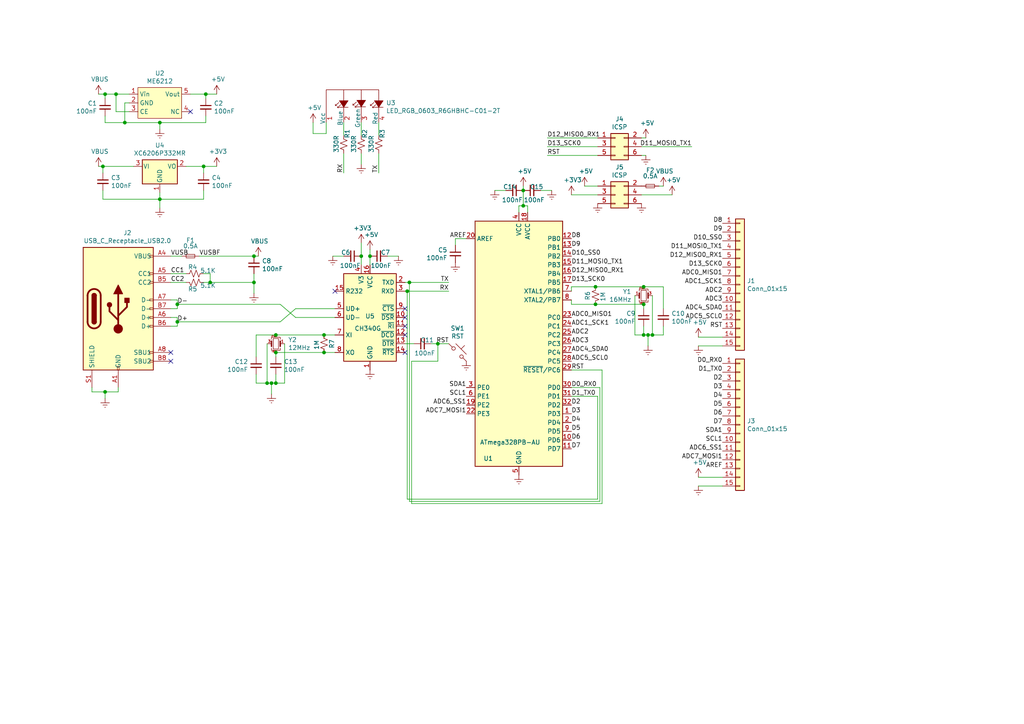
<source format=kicad_sch>
(kicad_sch (version 20200714) (host eeschema "(5.99.0-2326-ge7e1d5140)")
  (page 1 1)
  (paper "A4")
  (lib_symbols
    (symbol "Connector:USB_C_Receptacle_USB2.0"
      (property "Reference" "J" (at -10.16 19.05 0))
      (property "Value" "USB_C_Receptacle_USB2.0" (at 19.05 19.05 0))
      (symbol "USB_C_Receptacle_USB2.0_0_1"
        (arc (start -8.89 -3.81) (end -5.08 -3.81) (radius (at -6.985 -3.81) (length 1.905) (angles -179.9 -0.1)) (stroke (width 0.508)))
        (arc (start -7.62 -3.81) (end -6.35 -3.81) (radius (at -6.985 -3.81) (length 0.635) (angles -179.9 -0.1)) (stroke (width 0.254)))
        (arc (start -7.62 -3.81) (end -6.35 -3.81) (radius (at -6.985 -3.81) (length 0.635) (angles -179.9 -0.1)) (stroke (width 0.254)) (fill (type outline)))
        (arc (start -6.35 3.81) (end -7.62 3.81) (radius (at -6.985 3.81) (length 0.635) (angles 0.1 179.9)) (stroke (width 0.254)) (fill (type outline)))
        (arc (start -6.35 3.81) (end -7.62 3.81) (radius (at -6.985 3.81) (length 0.635) (angles 0.1 179.9)) (stroke (width 0.254)))
        (arc (start -5.08 3.81) (end -8.89 3.81) (radius (at -6.985 3.81) (length 1.905) (angles 0.1 179.9)) (stroke (width 0.508)))
        (circle (center -2.54 1.143) (radius 0.635) (stroke (width 0.254)) (fill (type outline)))
        (circle (center 0 -5.842) (radius 1.27) (fill (type outline)))
        (rectangle (start -10.16 17.78) (end 10.16 -17.78) (stroke (width 0.254)) (fill (type background)))
        (rectangle (start -7.62 -3.81) (end -6.35 3.81) (stroke (width 0.254)) (fill (type outline)))
        (rectangle (start 1.905 1.778) (end 3.175 3.048) (stroke (width 0.254)) (fill (type outline)))
        (polyline (pts (xy -8.89 -3.81) (xy -8.89 3.81)) (stroke (width 0.508)))
        (polyline (pts (xy -5.08 3.81) (xy -5.08 -3.81)) (stroke (width 0.508)))
        (polyline (pts (xy 0 -5.842) (xy 0 4.318)) (stroke (width 0.508)))
        (polyline (pts (xy 0 -3.302) (xy -2.54 -0.762) (xy -2.54 0.508)) (stroke (width 0.508)))
        (polyline (pts (xy 0 -2.032) (xy 2.54 0.508) (xy 2.54 1.778)) (stroke (width 0.508)))
        (polyline (pts (xy -1.27 4.318) (xy 0 6.858) (xy 1.27 4.318) (xy -1.27 4.318)) (stroke (width 0.254)) (fill (type outline)))
      )
      (symbol "USB_C_Receptacle_USB2.0_0_0"
        (rectangle (start -0.254 -17.78) (end 0.254 -16.764))
        (rectangle (start 10.16 -14.986) (end 9.144 -15.494))
        (rectangle (start 10.16 -12.446) (end 9.144 -12.954))
        (rectangle (start 10.16 -4.826) (end 9.144 -5.334))
        (rectangle (start 10.16 -2.286) (end 9.144 -2.794))
        (rectangle (start 10.16 0.254) (end 9.144 -0.254))
        (rectangle (start 10.16 2.794) (end 9.144 2.286))
        (rectangle (start 10.16 7.874) (end 9.144 7.366))
        (rectangle (start 10.16 10.414) (end 9.144 9.906))
        (rectangle (start 10.16 15.494) (end 9.144 14.986))
      )
      (symbol "USB_C_Receptacle_USB2.0_1_1"
        (pin power_in line (at 0 -22.86 90) (length 5.08) (name "GND") (number "A1"))
        (pin passive line (at 0 -22.86 90) (length 5.08) hide (name "GND") (number "A12"))
        (pin power_in line (at 15.24 15.24 180) (length 5.08) (name "VBUS") (number "A4"))
        (pin bidirectional line (at 15.24 10.16 180) (length 5.08) (name "CC1") (number "A5"))
        (pin bidirectional line (at 15.24 -2.54 180) (length 5.08) (name "D+") (number "A6"))
        (pin bidirectional line (at 15.24 2.54 180) (length 5.08) (name "D-") (number "A7"))
        (pin bidirectional line (at 15.24 -12.7 180) (length 5.08) (name "SBU1") (number "A8"))
        (pin passive line (at 15.24 15.24 180) (length 5.08) hide (name "VBUS") (number "A9"))
        (pin passive line (at 0 -22.86 90) (length 5.08) hide (name "GND") (number "B1"))
        (pin passive line (at 0 -22.86 90) (length 5.08) hide (name "GND") (number "B12"))
        (pin passive line (at 15.24 15.24 180) (length 5.08) hide (name "VBUS") (number "B4"))
        (pin bidirectional line (at 15.24 7.62 180) (length 5.08) (name "CC2") (number "B5"))
        (pin bidirectional line (at 15.24 -5.08 180) (length 5.08) (name "D+") (number "B6"))
        (pin bidirectional line (at 15.24 0 180) (length 5.08) (name "D-") (number "B7"))
        (pin bidirectional line (at 15.24 -15.24 180) (length 5.08) (name "SBU2") (number "B8"))
        (pin passive line (at 15.24 15.24 180) (length 5.08) hide (name "VBUS") (number "B9"))
        (pin passive line (at -7.62 -22.86 90) (length 5.08) (name "SHIELD") (number "S1"))
      )
    )
    (symbol "Connector_Generic:Conn_01x15" (pin_names hide)
      (property "Reference" "J" (at 0 20.32 0))
      (property "Value" "Conn_01x15" (at 0 -20.32 0))
      (symbol "Conn_01x15_1_1"
        (rectangle (start -1.27 -4.953) (end 0 -5.207))
        (rectangle (start -1.27 -7.493) (end 0 -7.747))
        (rectangle (start -1.27 -10.033) (end 0 -10.287))
        (rectangle (start -1.27 -12.573) (end 0 -12.827))
        (rectangle (start -1.27 -15.113) (end 0 -15.367))
        (rectangle (start -1.27 -17.653) (end 0 -17.907))
        (rectangle (start -1.27 -2.413) (end 0 -2.667))
        (rectangle (start -1.27 2.667) (end 0 2.413))
        (rectangle (start -1.27 5.207) (end 0 4.953))
        (rectangle (start -1.27 7.747) (end 0 7.493))
        (rectangle (start -1.27 10.287) (end 0 10.033))
        (rectangle (start -1.27 0.127) (end 0 -0.127))
        (rectangle (start -1.27 12.827) (end 0 12.573))
        (rectangle (start -1.27 15.367) (end 0 15.113))
        (rectangle (start -1.27 17.907) (end 0 17.653))
        (rectangle (start -1.27 19.05) (end 1.27 -19.05) (stroke (width 0.254)) (fill (type background)))
        (pin passive line (at -5.08 17.78 0) (length 3.81) (name "Pin_1") (number "1"))
        (pin passive line (at -5.08 -5.08 0) (length 3.81) (name "Pin_10") (number "10"))
        (pin passive line (at -5.08 -7.62 0) (length 3.81) (name "Pin_11") (number "11"))
        (pin passive line (at -5.08 -10.16 0) (length 3.81) (name "Pin_12") (number "12"))
        (pin passive line (at -5.08 -12.7 0) (length 3.81) (name "Pin_13") (number "13"))
        (pin passive line (at -5.08 -15.24 0) (length 3.81) (name "Pin_14") (number "14"))
        (pin passive line (at -5.08 -17.78 0) (length 3.81) (name "Pin_15") (number "15"))
        (pin passive line (at -5.08 15.24 0) (length 3.81) (name "Pin_2") (number "2"))
        (pin passive line (at -5.08 12.7 0) (length 3.81) (name "Pin_3") (number "3"))
        (pin passive line (at -5.08 10.16 0) (length 3.81) (name "Pin_4") (number "4"))
        (pin passive line (at -5.08 7.62 0) (length 3.81) (name "Pin_5") (number "5"))
        (pin passive line (at -5.08 5.08 0) (length 3.81) (name "Pin_6") (number "6"))
        (pin passive line (at -5.08 2.54 0) (length 3.81) (name "Pin_7") (number "7"))
        (pin passive line (at -5.08 0 0) (length 3.81) (name "Pin_8") (number "8"))
        (pin passive line (at -5.08 -2.54 0) (length 3.81) (name "Pin_9") (number "9"))
      )
    )
    (symbol "Connector_Generic:Conn_02x03_Odd_Even" (pin_names hide)
      (property "Reference" "J" (at 1.27 5.08 0))
      (property "Value" "Conn_02x03_Odd_Even" (at 1.27 -5.08 0))
      (symbol "Conn_02x03_Odd_Even_1_1"
        (rectangle (start -1.27 -2.413) (end 0 -2.667))
        (rectangle (start -1.27 2.667) (end 0 2.413))
        (rectangle (start -1.27 3.81) (end 3.81 -3.81) (stroke (width 0.254)) (fill (type background)))
        (rectangle (start -1.27 0.127) (end 0 -0.127))
        (rectangle (start 3.81 -2.413) (end 2.54 -2.667))
        (rectangle (start 3.81 2.667) (end 2.54 2.413))
        (rectangle (start 3.81 0.127) (end 2.54 -0.127))
        (pin passive line (at -5.08 2.54 0) (length 3.81) (name "Pin_1") (number "1"))
        (pin passive line (at 7.62 2.54 180) (length 3.81) (name "Pin_2") (number "2"))
        (pin passive line (at -5.08 0 0) (length 3.81) (name "Pin_3") (number "3"))
        (pin passive line (at 7.62 0 180) (length 3.81) (name "Pin_4") (number "4"))
        (pin passive line (at -5.08 -2.54 0) (length 3.81) (name "Pin_5") (number "5"))
        (pin passive line (at 7.62 -2.54 180) (length 3.81) (name "Pin_6") (number "6"))
      )
    )
    (symbol "Device:C_Small" (pin_numbers hide) (pin_names (offset 0.254) hide)
      (property "Reference" "C" (at 0.254 1.778 0))
      (property "Value" "C_Small" (at 0.254 -2.032 0))
      (symbol "C_Small_0_1"
        (polyline (pts (xy -1.524 -0.508) (xy 1.524 -0.508)) (stroke (width 0.3302)))
        (polyline (pts (xy -1.524 0.508) (xy 1.524 0.508)) (stroke (width 0.3048)))
      )
      (symbol "C_Small_1_1"
        (pin passive line (at 0 2.54 270) (length 2.032) (name "~") (number "1"))
        (pin passive line (at 0 -2.54 90) (length 2.032) (name "~") (number "2"))
      )
    )
    (symbol "Device:C_Small_1" (pin_numbers hide) (pin_names (offset 0.254) hide)
      (property "Reference" "C" (at 0.254 1.778 0))
      (property "Value" "C_Small" (at 0.254 -2.032 0))
      (symbol "C_Small_1_0_1"
        (polyline (pts (xy -1.524 -0.508) (xy 1.524 -0.508)) (stroke (width 0.3302)))
        (polyline (pts (xy -1.524 0.508) (xy 1.524 0.508)) (stroke (width 0.3048)))
      )
      (symbol "C_Small_1_1_1"
        (pin passive line (at 0 2.54 270) (length 2.032) (name "~") (number "1"))
        (pin passive line (at 0 -2.54 90) (length 2.032) (name "~") (number "2"))
      )
    )
    (symbol "Device:C_Small_2" (pin_numbers hide) (pin_names (offset 0.254) hide)
      (property "Reference" "C" (at 0.254 1.778 0))
      (property "Value" "C_Small" (at 0.254 -2.032 0))
      (symbol "C_Small_2_0_1"
        (polyline (pts (xy -1.524 -0.508) (xy 1.524 -0.508)) (stroke (width 0.3302)))
        (polyline (pts (xy -1.524 0.508) (xy 1.524 0.508)) (stroke (width 0.3048)))
      )
      (symbol "C_Small_2_1_1"
        (pin passive line (at 0 2.54 270) (length 2.032) (name "~") (number "1"))
        (pin passive line (at 0 -2.54 90) (length 2.032) (name "~") (number "2"))
      )
    )
    (symbol "Device:Crystal_GND24_Small" (pin_names hide)
      (property "Reference" "Y" (at 1.27 4.445 0))
      (property "Value" "Crystal_GND24_Small" (at 1.27 2.54 0))
      (symbol "Crystal_GND24_Small_0_1"
        (rectangle (start -0.762 -1.524) (end 0.762 1.524))
        (polyline (pts (xy -1.27 -0.762) (xy -1.27 0.762)) (stroke (width 0.381)))
        (polyline (pts (xy 1.27 -0.762) (xy 1.27 0.762)) (stroke (width 0.381)))
        (polyline (pts (xy -1.27 -1.27) (xy -1.27 -1.905) (xy 1.27 -1.905) (xy 1.27 -1.27)))
        (polyline (pts (xy -1.27 1.27) (xy -1.27 1.905) (xy 1.27 1.905) (xy 1.27 1.27)))
      )
      (symbol "Crystal_GND24_Small_1_1"
        (pin passive line (at -2.54 0 0) (length 1.27) (name "1") (number "1"))
        (pin passive line (at 0 -2.54 90) (length 0.635) (name "2") (number "2"))
        (pin passive line (at 2.54 0 180) (length 1.27) (name "3") (number "3"))
        (pin passive line (at 0 2.54 270) (length 0.635) (name "4") (number "4"))
      )
    )
    (symbol "Device:Fuse_Small" (pin_numbers hide) (pin_names (offset 0.254) hide)
      (property "Reference" "F" (at 0 -1.524 0))
      (property "Value" "Fuse_Small" (at 0 1.524 0))
      (symbol "Fuse_Small_0_1"
        (rectangle (start -1.27 0.508) (end 1.27 -0.508))
        (polyline (pts (xy -1.27 0) (xy 1.27 0)))
      )
      (symbol "Fuse_Small_1_1"
        (pin passive line (at -2.54 0 0) (length 1.27) (name "~") (number "1"))
        (pin passive line (at 2.54 0 180) (length 1.27) (name "~") (number "2"))
      )
    )
    (symbol "Device:Fuse_Small_1" (pin_numbers hide) (pin_names (offset 0.254) hide)
      (property "Reference" "F" (at 0 -1.524 0))
      (property "Value" "Fuse_Small" (at 0 1.524 0))
      (symbol "Fuse_Small_1_0_1"
        (rectangle (start -1.27 0.508) (end 1.27 -0.508))
        (polyline (pts (xy -1.27 0) (xy 1.27 0)))
      )
      (symbol "Fuse_Small_1_1_1"
        (pin passive line (at -2.54 0 0) (length 1.27) (name "~") (number "1"))
        (pin passive line (at 2.54 0 180) (length 1.27) (name "~") (number "2"))
      )
    )
    (symbol "Device:R_Small_US" (pin_numbers hide) (pin_names (offset 0.254) hide)
      (property "Reference" "R" (at 0.762 0.508 0))
      (property "Value" "R_Small_US" (at 0.762 -1.016 0))
      (symbol "R_Small_US_1_1"
        (polyline (pts (xy 0 0) (xy 1.016 -0.381) (xy 0 -0.762) (xy -1.016 -1.143) (xy 0 -1.524)))
        (polyline (pts (xy 0 1.524) (xy 1.016 1.143) (xy 0 0.762) (xy -1.016 0.381) (xy 0 0)))
        (pin passive line (at 0 2.54 270) (length 1.016) (name "~") (number "1"))
        (pin passive line (at 0 -2.54 90) (length 1.016) (name "~") (number "2"))
      )
    )
    (symbol "Interface_USB:CH340G" (pin_names (offset 0.508))
      (property "Reference" "U" (at -5.08 13.97 0))
      (property "Value" "CH340G" (at 1.27 13.97 0))
      (symbol "CH340G_0_1"
        (rectangle (start -7.62 12.7) (end 7.62 -12.7) (stroke (width 0.254)) (fill (type background)))
      )
      (symbol "CH340G_1_1"
        (pin power_in line (at 0 -15.24 90) (length 2.54) (name "GND") (number "1"))
        (pin input line (at 10.16 0 180) (length 2.54) (name "~DSR") (number "10"))
        (pin input line (at 10.16 -2.54 180) (length 2.54) (name "~RI") (number "11"))
        (pin input line (at 10.16 -5.08 180) (length 2.54) (name "~DCD") (number "12"))
        (pin output line (at 10.16 -7.62 180) (length 2.54) (name "~DTR") (number "13"))
        (pin output line (at 10.16 -10.16 180) (length 2.54) (name "~RTS") (number "14"))
        (pin input line (at -10.16 7.62 0) (length 2.54) (name "R232") (number "15"))
        (pin power_in line (at 0 15.24 270) (length 2.54) (name "VCC") (number "16"))
        (pin output line (at 10.16 10.16 180) (length 2.54) (name "TXD") (number "2"))
        (pin input line (at 10.16 7.62 180) (length 2.54) (name "RXD") (number "3"))
        (pin passive line (at -2.54 15.24 270) (length 2.54) (name "V3") (number "4"))
        (pin bidirectional line (at -10.16 2.54 0) (length 2.54) (name "UD+") (number "5"))
        (pin bidirectional line (at -10.16 0 0) (length 2.54) (name "UD-") (number "6"))
        (pin input line (at -10.16 -5.08 0) (length 2.54) (name "XI") (number "7"))
        (pin output line (at -10.16 -10.16 0) (length 2.54) (name "XO") (number "8"))
        (pin input line (at 10.16 2.54 180) (length 2.54) (name "~CTS") (number "9"))
      )
    )
    (symbol "LEDs:LED_RGB_0603_R6GHBHC-C01-2T" (pin_names (offset 0))
      (property "Reference" "U" (at -6.985 -15.24 0))
      (property "Value" "LED_RGB_0603_R6GHBHC-C01-2T" (at 0 -11.43 0))
      (symbol "LED_RGB_0603_R6GHBHC-C01-2T_0_1"
        (polyline (pts (xy -6.985 1.905) (xy -8.255 3.81) (xy -6.35 3.81) (xy -5.715 3.81) (xy -6.985 1.905)) (stroke (width 0.152)) (fill (type outline)))
        (polyline (pts (xy -8.255 1.905) (xy -5.715 1.905)))
        (polyline (pts (xy -6.985 0) (xy -6.985 1.905)))
        (polyline (pts (xy -1.905 0) (xy -1.905 1.905)))
        (polyline (pts (xy 3.175 0) (xy 3.175 1.905)))
        (polyline (pts (xy -12.065 0) (xy -12.065 6.985) (xy 3.175 6.985) (xy 3.175 3.81)))
        (polyline (pts (xy -1.905 3.81) (xy -1.905 6.985)))
        (polyline (pts (xy -6.985 3.81) (xy -6.985 6.985)))
        (polyline (pts (xy -8.382 3.302) (xy -9.398 2.413)))
        (polyline (pts (xy -7.874 2.667) (xy -8.763 1.778)))
        (polyline (pts (xy -9.398 2.413) (xy -9.398 2.794)) (stroke (width 0.152)))
        (polyline (pts (xy -9.398 2.413) (xy -9.017 2.413)) (stroke (width 0.152)))
        (polyline (pts (xy -8.763 1.778) (xy -8.763 2.159)) (stroke (width 0.152)))
        (polyline (pts (xy -8.382 1.778) (xy -8.763 1.778)) (stroke (width 0.152)))
        (polyline (pts (xy -4.318 2.54) (xy -4.318 2.921)))
        (polyline (pts (xy -4.318 2.54) (xy -3.937 2.54)))
        (polyline (pts (xy -3.683 1.905) (xy -3.683 2.286)))
        (polyline (pts (xy -3.302 1.905) (xy -3.683 1.905)))
        (polyline (pts (xy -3.302 3.429) (xy -4.318 2.54)))
        (polyline (pts (xy -3.175 2.032) (xy -0.635 2.032)))
        (polyline (pts (xy -2.794 2.794) (xy -3.683 1.905)))
        (polyline (pts (xy -1.905 2.032) (xy -3.175 3.937) (xy -1.27 3.937) (xy -0.635 3.937) (xy -1.905 2.032)) (fill (type outline)))
        (polyline (pts (xy 0.762 2.413) (xy 0.762 2.794)))
        (polyline (pts (xy 0.762 2.413) (xy 1.143 2.413)))
        (polyline (pts (xy 1.397 1.778) (xy 1.397 2.159)))
        (polyline (pts (xy 1.778 1.778) (xy 1.397 1.778)))
        (polyline (pts (xy 1.778 3.302) (xy 0.762 2.413)))
        (polyline (pts (xy 1.905 1.905) (xy 4.445 1.905)))
        (polyline (pts (xy 2.286 2.667) (xy 1.397 1.778)))
        (polyline (pts (xy 3.175 1.905) (xy 1.905 3.81) (xy 3.81 3.81) (xy 4.445 3.81) (xy 3.175 1.905)) (fill (type outline)))
      )
      (symbol "LED_RGB_0603_R6GHBHC-C01-2T_1_1"
        (pin input line (at -12.065 -2.54 90) (length 2.54) (name "Vcc") (number "1"))
        (pin input line (at -6.985 -2.54 90) (length 2.54) (name "Blue") (number "2"))
        (pin input line (at -1.905 -2.54 90) (length 2.54) (name "Green") (number "3"))
        (pin input line (at 3.175 -2.54 90) (length 2.54) (name "Red") (number "4"))
      )
    )
    (symbol "MCU_Microchip_ATmega:ATmega328PB-AU" (pin_names (offset 0.508))
      (property "Reference" "U" (at -12.7 36.83 0))
      (property "Value" "ATmega328PB-AU" (at 2.54 -36.83 0))
      (symbol "ATmega328PB-AU_0_1"
        (rectangle (start -12.7 -35.56) (end 12.7 35.56) (stroke (width 0.254)) (fill (type background)))
      )
      (symbol "ATmega328PB-AU_1_1"
        (pin bidirectional line (at 15.24 -20.32 180) (length 2.54) (name "PD3") (number "1"))
        (pin bidirectional line (at 15.24 -27.94 180) (length 2.54) (name "PD6") (number "10"))
        (pin bidirectional line (at 15.24 -30.48 180) (length 2.54) (name "PD7") (number "11"))
        (pin bidirectional line (at 15.24 30.48 180) (length 2.54) (name "PB0") (number "12"))
        (pin bidirectional line (at 15.24 27.94 180) (length 2.54) (name "PB1") (number "13"))
        (pin bidirectional line (at 15.24 25.4 180) (length 2.54) (name "PB2") (number "14"))
        (pin bidirectional line (at 15.24 22.86 180) (length 2.54) (name "PB3") (number "15"))
        (pin bidirectional line (at 15.24 20.32 180) (length 2.54) (name "PB4") (number "16"))
        (pin bidirectional line (at 15.24 17.78 180) (length 2.54) (name "PB5") (number "17"))
        (pin power_in line (at 2.54 38.1 270) (length 2.54) (name "AVCC") (number "18"))
        (pin bidirectional line (at -15.24 -17.78 0) (length 2.54) (name "PE2") (number "19"))
        (pin bidirectional line (at 15.24 -22.86 180) (length 2.54) (name "PD4") (number "2"))
        (pin passive line (at -15.24 30.48 0) (length 2.54) (name "AREF") (number "20"))
        (pin passive line (at 0 -38.1 90) (length 2.54) hide (name "GND") (number "21"))
        (pin bidirectional line (at -15.24 -20.32 0) (length 2.54) (name "PE3") (number "22"))
        (pin bidirectional line (at 15.24 7.62 180) (length 2.54) (name "PC0") (number "23"))
        (pin bidirectional line (at 15.24 5.08 180) (length 2.54) (name "PC1") (number "24"))
        (pin bidirectional line (at 15.24 2.54 180) (length 2.54) (name "PC2") (number "25"))
        (pin bidirectional line (at 15.24 0 180) (length 2.54) (name "PC3") (number "26"))
        (pin bidirectional line (at 15.24 -2.54 180) (length 2.54) (name "PC4") (number "27"))
        (pin bidirectional line (at 15.24 -5.08 180) (length 2.54) (name "PC5") (number "28"))
        (pin bidirectional line (at 15.24 -7.62 180) (length 2.54) (name "~RESET~/PC6") (number "29"))
        (pin bidirectional line (at -15.24 -12.7 0) (length 2.54) (name "PE0") (number "3"))
        (pin bidirectional line (at 15.24 -12.7 180) (length 2.54) (name "PD0") (number "30"))
        (pin bidirectional line (at 15.24 -15.24 180) (length 2.54) (name "PD1") (number "31"))
        (pin bidirectional line (at 15.24 -17.78 180) (length 2.54) (name "PD2") (number "32"))
        (pin power_in line (at 0 38.1 270) (length 2.54) (name "VCC") (number "4"))
        (pin power_in line (at 0 -38.1 90) (length 2.54) (name "GND") (number "5"))
        (pin bidirectional line (at -15.24 -15.24 0) (length 2.54) (name "PE1") (number "6"))
        (pin bidirectional line (at 15.24 15.24 180) (length 2.54) (name "XTAL1/PB6") (number "7"))
        (pin bidirectional line (at 15.24 12.7 180) (length 2.54) (name "XTAL2/PB7") (number "8"))
        (pin bidirectional line (at 15.24 -25.4 180) (length 2.54) (name "PD5") (number "9"))
      )
    )
    (symbol "Regulator_Linear:XC6206PxxxMR" (pin_names (offset 0.254))
      (property "Reference" "U" (at -3.81 3.175 0))
      (property "Value" "XC6206PxxxMR" (at 0 3.175 0))
      (symbol "XC6206PxxxMR_0_1"
        (rectangle (start -5.08 1.905) (end 5.08 -5.08) (stroke (width 0.254)) (fill (type background)))
      )
      (symbol "XC6206PxxxMR_1_1"
        (pin power_in line (at 0 -7.62 90) (length 2.54) (name "GND") (number "1"))
        (pin power_out line (at 7.62 0 180) (length 2.54) (name "VO") (number "2"))
        (pin power_in line (at -7.62 0 0) (length 2.54) (name "VI") (number "3"))
      )
    )
    (symbol "Switch:SW_Push_45deg" (pin_numbers hide) (pin_names hide)
      (property "Reference" "SW" (at 3.048 1.016 0))
      (property "Value" "SW_Push_45deg" (at 0 -3.81 0))
      (symbol "SW_Push_45deg_0_1"
        (circle (center -1.1684 1.1684) (radius 0.508))
        (circle (center 1.143 -1.1938) (radius 0.508))
        (polyline (pts (xy -0.508 2.54) (xy 2.54 -0.508)))
        (polyline (pts (xy 1.016 1.016) (xy 2.032 2.032)))
        (polyline (pts (xy -2.54 2.54) (xy -1.524 1.524) (xy -1.524 1.524)))
        (polyline (pts (xy 1.524 -1.524) (xy 2.54 -2.54) (xy 2.54 -2.54) (xy 2.54 -2.54)))
        (pin passive line (at -2.54 2.54 0) (length 0) (name "1") (number "1"))
        (pin passive line (at 2.54 -2.54 180) (length 0) (name "2") (number "2"))
      )
    )
    (symbol "Voltage_Regulators:ME6212"
      (property "Reference" "U" (at 5.08 5.715 0))
      (property "Value" "ME6212" (at -3.175 5.715 0))
      (symbol "ME6212_0_0"
        (text "" (at 0.635 -1.27 0) (effects (font (size 1.27 1.27))))
        (text "" (at -3.175 -2.54 0) (effects (font (size 1.27 1.27))))
      )
      (symbol "ME6212_0_1"
        (rectangle (start -6.35 4.445) (end 6.35 -4.445) (stroke (width 0.152)) (fill (type background)))
      )
      (symbol "ME6212_1_1"
        (pin input line (at -8.89 2.54 0) (length 2.54) (name "Vin") (number "1"))
        (pin input line (at -8.89 -0.01 0) (length 2.54) (name "GND") (number "2"))
        (pin input line (at -8.89 -2.54 0) (length 2.54) (name "CE") (number "3"))
        (pin input line (at 8.89 -2.54 180) (length 2.54) (name "NC") (number "4"))
        (pin input line (at 8.89 2.54 180) (length 2.54) (name "Vout") (number "5"))
      )
    )
    (symbol "power:+3.3V" (power) (pin_names (offset 0))
      (property "Value" "+3.3V" (at 0 3.556 0))
      (symbol "+3.3V_0_1"
        (polyline (pts (xy -0.762 1.27) (xy 0 2.54)))
        (polyline (pts (xy 0 0) (xy 0 2.54)))
        (polyline (pts (xy 0 2.54) (xy 0.762 1.27)))
      )
      (symbol "+3.3V_1_1"
        (pin power_in line (at 0 0 90) (length 0) hide (name "+3V3") (number "1"))
      )
    )
    (symbol "power:+5V" (power) (pin_names (offset 0))
      (property "Value" "+5V" (at 0 3.556 0))
      (symbol "+5V_0_1"
        (polyline (pts (xy -0.762 1.27) (xy 0 2.54)))
        (polyline (pts (xy 0 0) (xy 0 2.54)))
        (polyline (pts (xy 0 2.54) (xy 0.762 1.27)))
      )
      (symbol "+5V_1_1"
        (pin power_in line (at 0 0 90) (length 0) hide (name "+5V") (number "1"))
      )
    )
    (symbol "power:GNDREF" (power) (pin_names (offset 0))
      (property "Value" "GNDREF" (at 0 -3.81 0))
      (symbol "GNDREF_0_1"
        (polyline (pts (xy -0.635 -1.905) (xy 0.635 -1.905)))
        (polyline (pts (xy -0.127 -2.54) (xy 0.127 -2.54)))
        (polyline (pts (xy 0 -1.27) (xy 0 0)))
        (polyline (pts (xy 1.27 -1.27) (xy -1.27 -1.27)))
      )
      (symbol "GNDREF_1_1"
        (pin power_in line (at 0 0 270) (length 0) hide (name "GNDREF") (number "1"))
      )
    )
    (symbol "power:VBUS" (power) (pin_names (offset 0))
      (property "Value" "VBUS" (at 0 3.81 0))
      (symbol "VBUS_0_1"
        (polyline (pts (xy -0.762 1.27) (xy 0 2.54)))
        (polyline (pts (xy 0 0) (xy 0 2.54)))
        (polyline (pts (xy 0 2.54) (xy 0.762 1.27)))
      )
      (symbol "VBUS_1_1"
        (pin power_in line (at 0 0 90) (length 0) hide (name "VBUS") (number "1"))
      )
    )
  )
  (junction (at 29.845 48.26))
  (junction (at 30.48 27.305))
  (junction (at 30.48 113.665))
  (junction (at 33.655 27.305))
  (junction (at 36.195 35.56))
  (junction (at 46.355 35.56))
  (junction (at 46.355 57.785))
  (junction (at 51.435 88.265))
  (junction (at 51.435 93.345))
  (junction (at 59.055 48.26))
  (junction (at 59.69 27.305))
  (junction (at 60.96 81.915))
  (junction (at 73.66 74.295))
  (junction (at 73.66 81.915))
  (junction (at 77.47 111.125))
  (junction (at 78.74 111.125))
  (junction (at 80.01 97.155))
  (junction (at 80.01 102.235))
  (junction (at 80.01 111.125))
  (junction (at 93.98 97.155))
  (junction (at 93.98 102.235))
  (junction (at 104.775 74.295))
  (junction (at 107.315 74.295))
  (junction (at 118.11 84.455))
  (junction (at 118.745 81.915))
  (junction (at 127 99.695))
  (junction (at 151.765 55.245))
  (junction (at 151.765 59.69))
  (junction (at 172.72 83.185))
  (junction (at 172.72 88.265))
  (junction (at 186.69 83.185))
  (junction (at 186.69 88.265))
  (junction (at 186.69 97.155))
  (junction (at 187.96 97.155))
  (junction (at 189.23 97.155))
  (no_connect (at 97.155 84.455))
  (no_connect (at 117.475 97.155))
  (no_connect (at 117.475 92.075))
  (no_connect (at 117.475 89.535))
  (no_connect (at 117.475 102.235))
  (no_connect (at 55.245 32.385))
  (no_connect (at 117.475 94.615))
  (no_connect (at 49.53 104.775))
  (no_connect (at 49.53 102.235))
  (wire (pts (xy 26.67 112.395) (xy 26.67 113.665)))
  (wire (pts (xy 26.67 113.665) (xy 30.48 113.665)))
  (wire (pts (xy 28.575 27.305) (xy 30.48 27.305)))
  (wire (pts (xy 28.575 48.26) (xy 29.845 48.26)))
  (wire (pts (xy 29.845 48.26) (xy 29.845 50.165)))
  (wire (pts (xy 29.845 48.26) (xy 38.735 48.26)))
  (wire (pts (xy 29.845 55.245) (xy 29.845 57.785)))
  (wire (pts (xy 29.845 57.785) (xy 46.355 57.785)))
  (wire (pts (xy 30.48 27.305) (xy 30.48 28.575)))
  (wire (pts (xy 30.48 27.305) (xy 33.655 27.305)))
  (wire (pts (xy 30.48 33.655) (xy 30.48 35.56)))
  (wire (pts (xy 30.48 35.56) (xy 36.195 35.56)))
  (wire (pts (xy 30.48 113.665) (xy 30.48 115.57)))
  (wire (pts (xy 30.48 113.665) (xy 34.29 113.665)))
  (wire (pts (xy 33.655 27.305) (xy 33.655 32.385)))
  (wire (pts (xy 33.655 27.305) (xy 37.465 27.305)))
  (wire (pts (xy 33.655 32.385) (xy 37.465 32.385)))
  (wire (pts (xy 34.29 113.665) (xy 34.29 112.395)))
  (wire (pts (xy 36.195 29.845) (xy 36.195 35.56)))
  (wire (pts (xy 36.195 29.845) (xy 37.465 29.845)))
  (wire (pts (xy 36.195 35.56) (xy 46.355 35.56)))
  (wire (pts (xy 46.355 35.56) (xy 46.355 37.465)))
  (wire (pts (xy 46.355 55.88) (xy 46.355 57.785)))
  (wire (pts (xy 46.355 57.785) (xy 46.355 60.325)))
  (wire (pts (xy 46.355 57.785) (xy 59.055 57.785)))
  (wire (pts (xy 49.53 74.295) (xy 52.705 74.295)))
  (wire (pts (xy 49.53 79.375) (xy 53.975 79.375)))
  (wire (pts (xy 49.53 81.915) (xy 53.975 81.915)))
  (wire (pts (xy 49.53 86.995) (xy 51.435 86.995)))
  (wire (pts (xy 49.53 89.535) (xy 51.435 89.535)))
  (wire (pts (xy 49.53 92.075) (xy 51.435 92.075)))
  (wire (pts (xy 49.53 94.615) (xy 51.435 94.615)))
  (wire (pts (xy 51.435 86.995) (xy 51.435 88.265)))
  (wire (pts (xy 51.435 88.265) (xy 51.435 89.535)))
  (wire (pts (xy 51.435 88.265) (xy 81.28 88.265)))
  (wire (pts (xy 51.435 92.075) (xy 51.435 93.345)))
  (wire (pts (xy 51.435 93.345) (xy 51.435 94.615)))
  (wire (pts (xy 51.435 93.345) (xy 81.28 93.345)))
  (wire (pts (xy 53.975 48.26) (xy 59.055 48.26)))
  (wire (pts (xy 55.245 27.305) (xy 59.69 27.305)))
  (wire (pts (xy 57.785 74.295) (xy 73.66 74.295)))
  (wire (pts (xy 59.055 48.26) (xy 59.055 50.165)))
  (wire (pts (xy 59.055 48.26) (xy 62.865 48.26)))
  (wire (pts (xy 59.055 57.785) (xy 59.055 55.245)))
  (wire (pts (xy 59.055 79.375) (xy 60.96 79.375)))
  (wire (pts (xy 59.055 81.915) (xy 60.96 81.915)))
  (wire (pts (xy 59.69 27.305) (xy 59.69 28.575)))
  (wire (pts (xy 59.69 27.305) (xy 62.865 27.305)))
  (wire (pts (xy 59.69 33.655) (xy 59.69 35.56)))
  (wire (pts (xy 59.69 35.56) (xy 46.355 35.56)))
  (wire (pts (xy 60.96 79.375) (xy 60.96 81.915)))
  (wire (pts (xy 60.96 81.915) (xy 73.66 81.915)))
  (wire (pts (xy 73.66 74.295) (xy 74.93 74.295)))
  (wire (pts (xy 73.66 79.375) (xy 73.66 81.915)))
  (wire (pts (xy 73.66 81.915) (xy 73.66 85.09)))
  (wire (pts (xy 74.295 97.155) (xy 80.01 97.155)))
  (wire (pts (xy 74.295 103.505) (xy 74.295 97.155)))
  (wire (pts (xy 74.295 111.125) (xy 74.295 108.585)))
  (wire (pts (xy 77.47 99.695) (xy 77.47 111.125)))
  (wire (pts (xy 77.47 111.125) (xy 74.295 111.125)))
  (wire (pts (xy 78.74 111.125) (xy 77.47 111.125)))
  (wire (pts (xy 78.74 111.125) (xy 78.74 114.3)))
  (wire (pts (xy 80.01 97.155) (xy 93.98 97.155)))
  (wire (pts (xy 80.01 102.235) (xy 80.01 103.505)))
  (wire (pts (xy 80.01 102.235) (xy 93.98 102.235)))
  (wire (pts (xy 80.01 108.585) (xy 80.01 111.125)))
  (wire (pts (xy 80.01 111.125) (xy 78.74 111.125)))
  (wire (pts (xy 81.28 88.265) (xy 85.725 92.075)))
  (wire (pts (xy 81.28 93.345) (xy 85.725 89.535)))
  (wire (pts (xy 82.55 99.695) (xy 82.55 111.125)))
  (wire (pts (xy 82.55 111.125) (xy 80.01 111.125)))
  (wire (pts (xy 85.725 89.535) (xy 97.155 89.535)))
  (wire (pts (xy 85.725 92.075) (xy 97.155 92.075)))
  (wire (pts (xy 90.805 35.56) (xy 90.805 38.735)))
  (wire (pts (xy 93.98 97.155) (xy 97.155 97.155)))
  (wire (pts (xy 93.98 102.235) (xy 97.155 102.235)))
  (wire (pts (xy 94.615 35.56) (xy 94.615 38.735)))
  (wire (pts (xy 94.615 38.735) (xy 90.805 38.735)))
  (wire (pts (xy 96.52 74.295) (xy 99.695 74.295)))
  (wire (pts (xy 99.695 35.56) (xy 99.695 39.37)))
  (wire (pts (xy 99.695 44.45) (xy 99.695 50.165)))
  (wire (pts (xy 104.775 35.56) (xy 104.775 39.37)))
  (wire (pts (xy 104.775 47.625) (xy 104.775 44.45)))
  (wire (pts (xy 104.775 70.485) (xy 104.775 74.295)))
  (wire (pts (xy 104.775 74.295) (xy 104.775 76.835)))
  (wire (pts (xy 107.315 72.39) (xy 107.315 74.295)))
  (wire (pts (xy 107.315 74.295) (xy 107.315 76.835)))
  (wire (pts (xy 109.855 35.56) (xy 109.855 39.37)))
  (wire (pts (xy 109.855 44.45) (xy 109.855 50.165)))
  (wire (pts (xy 115.57 74.295) (xy 112.395 74.295)))
  (wire (pts (xy 117.475 81.915) (xy 118.745 81.915)))
  (wire (pts (xy 117.475 84.455) (xy 118.11 84.455)))
  (wire (pts (xy 117.475 99.695) (xy 120.015 99.695)))
  (wire (pts (xy 118.11 84.455) (xy 118.11 144.78)))
  (wire (pts (xy 118.11 84.455) (xy 130.175 84.455)))
  (wire (pts (xy 118.11 144.78) (xy 173.355 144.78)))
  (wire (pts (xy 118.745 81.915) (xy 118.745 145.415)))
  (wire (pts (xy 118.745 81.915) (xy 130.175 81.915)))
  (wire (pts (xy 118.745 145.415) (xy 173.99 145.415)))
  (wire (pts (xy 119.38 104.775) (xy 119.38 146.05)))
  (wire (pts (xy 119.38 146.05) (xy 174.625 146.05)))
  (wire (pts (xy 125.095 99.695) (xy 127 99.695)))
  (wire (pts (xy 127 99.695) (xy 127 104.775)))
  (wire (pts (xy 127 99.695) (xy 130.175 99.695)))
  (wire (pts (xy 127 104.775) (xy 119.38 104.775)))
  (wire (pts (xy 132.08 69.215) (xy 132.08 71.12)))
  (wire (pts (xy 132.08 69.215) (xy 135.255 69.215)))
  (wire (pts (xy 143.51 55.245) (xy 146.685 55.245)))
  (wire (pts (xy 150.495 59.69) (xy 151.765 59.69)))
  (wire (pts (xy 150.495 61.595) (xy 150.495 59.69)))
  (wire (pts (xy 151.765 53.975) (xy 151.765 55.245)))
  (wire (pts (xy 151.765 55.245) (xy 151.765 59.69)))
  (wire (pts (xy 151.765 59.69) (xy 153.035 59.69)))
  (wire (pts (xy 153.035 59.69) (xy 153.035 61.595)))
  (wire (pts (xy 158.75 40.005) (xy 173.355 40.005)))
  (wire (pts (xy 158.75 42.545) (xy 173.355 42.545)))
  (wire (pts (xy 158.75 45.085) (xy 173.355 45.085)))
  (wire (pts (xy 160.02 55.245) (xy 156.845 55.245)))
  (wire (pts (xy 165.735 56.515) (xy 173.355 56.515)))
  (wire (pts (xy 165.735 83.185) (xy 165.735 84.455)))
  (wire (pts (xy 165.735 86.995) (xy 165.735 88.265)))
  (wire (pts (xy 165.735 88.265) (xy 172.72 88.265)))
  (wire (pts (xy 169.545 53.975) (xy 173.355 53.975)))
  (wire (pts (xy 172.72 83.185) (xy 165.735 83.185)))
  (wire (pts (xy 173.355 114.935) (xy 165.735 114.935)))
  (wire (pts (xy 173.355 144.78) (xy 173.355 114.935)))
  (wire (pts (xy 173.99 112.395) (xy 165.735 112.395)))
  (wire (pts (xy 173.99 145.415) (xy 173.99 112.395)))
  (wire (pts (xy 174.625 107.315) (xy 165.735 107.315)))
  (wire (pts (xy 174.625 146.05) (xy 174.625 107.315)))
  (wire (pts (xy 184.15 85.725) (xy 184.15 97.155)))
  (wire (pts (xy 184.15 97.155) (xy 186.69 97.155)))
  (wire (pts (xy 186.055 40.005) (xy 187.325 40.005)))
  (wire (pts (xy 186.055 42.545) (xy 200.66 42.545)))
  (wire (pts (xy 186.055 45.085) (xy 187.325 45.085)))
  (wire (pts (xy 186.055 56.515) (xy 194.945 56.515)))
  (wire (pts (xy 186.69 83.185) (xy 172.72 83.185)))
  (wire (pts (xy 186.69 88.265) (xy 172.72 88.265)))
  (wire (pts (xy 186.69 88.265) (xy 186.69 89.535)))
  (wire (pts (xy 186.69 94.615) (xy 186.69 97.155)))
  (wire (pts (xy 186.69 97.155) (xy 187.96 97.155)))
  (wire (pts (xy 187.96 97.155) (xy 187.96 100.33)))
  (wire (pts (xy 187.96 97.155) (xy 189.23 97.155)))
  (wire (pts (xy 189.23 85.725) (xy 189.23 97.155)))
  (wire (pts (xy 189.23 97.155) (xy 192.405 97.155)))
  (wire (pts (xy 191.135 53.975) (xy 192.405 53.975)))
  (wire (pts (xy 192.405 83.185) (xy 186.69 83.185)))
  (wire (pts (xy 192.405 89.535) (xy 192.405 83.185)))
  (wire (pts (xy 192.405 97.155) (xy 192.405 94.615)))
  (wire (pts (xy 202.565 97.79) (xy 209.55 97.79)))
  (wire (pts (xy 202.565 100.33) (xy 209.55 100.33)))
  (wire (pts (xy 202.565 138.43) (xy 209.55 138.43)))
  (wire (pts (xy 202.565 140.97) (xy 209.55 140.97)))
  (label "VUSB" (at 49.53 74.295 0))
  (label "CC1" (at 49.53 79.375 0))
  (label "CC2" (at 49.53 81.915 0))
  (label "D-" (at 51.435 88.265 0))
  (label "D+" (at 51.435 93.345 0))
  (label "VUSBF" (at 57.785 74.295 0))
  (label "RX" (at 99.695 50.165 90))
  (label "TX" (at 109.855 50.165 90))
  (label "TX" (at 130.175 81.915 180))
  (label "RX" (at 130.175 84.455 180))
  (label "RST" (at 130.175 99.695 180))
  (label "AREF" (at 135.255 69.215 180))
  (label "SDA1" (at 135.255 112.395 180))
  (label "SCL1" (at 135.255 114.935 180))
  (label "ADC6_SS1" (at 135.255 117.475 180))
  (label "ADC7_MOSI1" (at 135.255 120.015 180))
  (label "D12_MISO0_RX1" (at 158.75 40.005 0))
  (label "D13_SCK0" (at 158.75 42.545 0))
  (label "RST" (at 158.75 45.085 0))
  (label "D8" (at 165.735 69.215 0))
  (label "D9" (at 165.735 71.755 0))
  (label "D10_SS0" (at 165.735 74.295 0))
  (label "D11_MOSI0_TX1" (at 165.735 76.835 0))
  (label "D12_MISO0_RX1" (at 165.735 79.375 0))
  (label "D13_SCK0" (at 165.735 81.915 0))
  (label "ADC0_MISO1" (at 165.735 92.075 0))
  (label "ADC1_SCK1" (at 165.735 94.615 0))
  (label "ADC2" (at 165.735 97.155 0))
  (label "ADC3" (at 165.735 99.695 0))
  (label "ADC4_SDA0" (at 165.735 102.235 0))
  (label "ADC5_SCL0" (at 165.735 104.775 0))
  (label "RST" (at 165.735 107.315 0))
  (label "D0_RX0" (at 165.735 112.395 0))
  (label "D1_TX0" (at 165.735 114.935 0))
  (label "D2" (at 165.735 117.475 0))
  (label "D3" (at 165.735 120.015 0))
  (label "D4" (at 165.735 122.555 0))
  (label "D5" (at 165.735 125.095 0))
  (label "D6" (at 165.735 127.635 0))
  (label "D7" (at 165.735 130.175 0))
  (label "D11_MOSI0_TX1" (at 200.66 42.545 180))
  (label "D8" (at 209.55 64.77 180))
  (label "D9" (at 209.55 67.31 180))
  (label "D10_SS0" (at 209.55 69.85 180))
  (label "D11_MOSI0_TX1" (at 209.55 72.39 180))
  (label "D12_MISO0_RX1" (at 209.55 74.93 180))
  (label "D13_SCK0" (at 209.55 77.47 180))
  (label "ADC0_MISO1" (at 209.55 80.01 180))
  (label "ADC1_SCK1" (at 209.55 82.55 180))
  (label "ADC2" (at 209.55 85.09 180))
  (label "ADC3" (at 209.55 87.63 180))
  (label "ADC4_SDA0" (at 209.55 90.17 180))
  (label "ADC5_SCL0" (at 209.55 92.71 180))
  (label "RST" (at 209.55 95.25 180))
  (label "D0_RX0" (at 209.55 105.41 180))
  (label "D1_TX0" (at 209.55 107.95 180))
  (label "D2" (at 209.55 110.49 180))
  (label "D3" (at 209.55 113.03 180))
  (label "D4" (at 209.55 115.57 180))
  (label "D5" (at 209.55 118.11 180))
  (label "D6" (at 209.55 120.65 180))
  (label "D7" (at 209.55 123.19 180))
  (label "SDA1" (at 209.55 125.73 180))
  (label "SCL1" (at 209.55 128.27 180))
  (label "ADC6_SS1" (at 209.55 130.81 180))
  (label "ADC7_MOSI1" (at 209.55 133.35 180))
  (label "AREF" (at 209.55 135.89 180))
  (symbol (lib_id "Device:Fuse_Small") (at 55.245 74.295 0) (unit 1)
    (property "Reference" "F1" (at 55.245 69.7038 0))
    (property "Value" "0.5A" (at 55.245 71.367 0))
    (property "Footprint" "Fuse:Fuse_0603_1608Metric_Castellated" (effects hide))
  )
  (symbol (lib_name "Device:Fuse_Small_1") (lib_id "Device:Fuse_Small") (at 188.595 53.975 0) (unit 1)
    (property "Reference" "F2" (at 188.595 49.378 0))
    (property "Value" "0.5A" (at 188.595 51.054 0))
    (property "Footprint" "Fuse:Fuse_0603_1608Metric_Castellated" (effects hide))
  )
  (symbol (lib_id "power:VBUS") (at 28.575 27.305 0) (unit 1)
    (property "Reference" "#PWR0102" (effects hide))
    (property "Value" "VBUS" (at 28.956 22.987 0))
  )
  (symbol (lib_id "power:VBUS") (at 28.575 48.26 0) (unit 1)
    (property "Reference" "#PWR0103" (effects hide))
    (property "Value" "VBUS" (at 28.956 43.942 0))
  )
  (symbol (lib_id "power:+5V") (at 62.865 27.305 0) (unit 1)
    (property "Reference" "#PWR0107" (effects hide))
    (property "Value" "+5V" (at 63.2333 22.9806 0))
  )
  (symbol (lib_id "power:+3.3V") (at 62.865 48.26 0) (unit 1)
    (property "Reference" "#PWR0106" (effects hide))
    (property "Value" "+3.3V" (at 63.2333 43.9356 0))
  )
  (symbol (lib_id "power:VBUS") (at 74.93 74.295 0) (unit 1)
    (property "Reference" "#PWR0108" (effects hide))
    (property "Value" "VBUS" (at 75.2983 69.9706 0))
  )
  (symbol (lib_id "power:+5V") (at 90.805 35.56 0) (unit 1)
    (property "Reference" "#PWR0111" (effects hide))
    (property "Value" "+5V" (at 91.186 31.242 0))
  )
  (symbol (lib_id "power:+3.3V") (at 104.775 70.485 0) (unit 1)
    (property "Reference" "#PWR0114" (effects hide))
    (property "Value" "+3.3V" (at 105.1433 66.1606 0))
  )
  (symbol (lib_id "power:+5V") (at 107.315 72.39 0) (unit 1)
    (property "Reference" "#PWR0122" (effects hide))
    (property "Value" "+5V" (at 107.696 68.072 0))
  )
  (symbol (lib_id "power:+5V") (at 151.765 53.975 0) (unit 1)
    (property "Reference" "#PWR0126" (effects hide))
    (property "Value" "+5V" (at 152.146 49.657 0))
  )
  (symbol (lib_id "power:+3.3V") (at 165.735 56.515 0) (unit 1)
    (property "Reference" "#PWR0131" (effects hide))
    (property "Value" "+3.3V" (at 166.1033 52.1906 0))
  )
  (symbol (lib_id "power:+5V") (at 169.545 53.975 0) (unit 1)
    (property "Reference" "#PWR0130" (effects hide))
    (property "Value" "+5V" (at 169.926 49.657 0))
  )
  (symbol (lib_id "power:+5V") (at 187.325 40.005 0) (unit 1)
    (property "Reference" "#PWR0128" (effects hide))
    (property "Value" "+5V" (at 187.706 35.687 0))
  )
  (symbol (lib_id "power:VBUS") (at 192.405 53.975 0) (unit 1)
    (property "Reference" "#PWR0133" (effects hide))
    (property "Value" "VBUS" (at 192.786 49.657 0))
  )
  (symbol (lib_id "power:+5V") (at 194.945 56.515 0) (unit 1)
    (property "Reference" "#PWR0134" (effects hide))
    (property "Value" "+5V" (at 195.326 52.197 0))
  )
  (symbol (lib_id "power:+5V") (at 202.565 97.79 0) (unit 1)
    (property "Reference" "#PWR0113" (effects hide))
    (property "Value" "+5V" (at 202.946 93.472 0))
  )
  (symbol (lib_id "power:+5V") (at 202.565 138.43 0) (unit 1)
    (property "Reference" "#PWR0123" (effects hide))
    (property "Value" "+5V" (at 202.946 134.112 0))
  )
  (symbol (lib_id "power:GNDREF") (at 30.48 115.57 0) (unit 1)
    (property "Reference" "#PWR0101" (effects hide))
    (property "Value" "GNDREF" (effects hide))
  )
  (symbol (lib_id "power:GNDREF") (at 46.355 37.465 0) (unit 1)
    (property "Reference" "#PWR0105" (effects hide))
    (property "Value" "GNDREF" (effects hide))
  )
  (symbol (lib_id "power:GNDREF") (at 46.355 60.325 0) (unit 1)
    (property "Reference" "#PWR0104" (effects hide))
    (property "Value" "GNDREF" (effects hide))
  )
  (symbol (lib_id "power:GNDREF") (at 73.66 85.09 0) (unit 1)
    (property "Reference" "#PWR0109" (effects hide))
    (property "Value" "GNDREF" (effects hide))
  )
  (symbol (lib_id "power:GNDREF") (at 78.74 114.3 0) (unit 1)
    (property "Reference" "#PWR0116" (effects hide))
    (property "Value" "GNDREF" (effects hide))
  )
  (symbol (lib_id "power:GNDREF") (at 96.52 74.295 0) (unit 1)
    (property "Reference" "#PWR0117" (effects hide))
    (property "Value" "GNDREF" (effects hide))
  )
  (symbol (lib_id "power:GNDREF") (at 104.775 47.625 0) (unit 1)
    (property "Reference" "#PWR0110" (effects hide))
    (property "Value" "GNDREF" (effects hide))
  )
  (symbol (lib_id "power:GNDREF") (at 107.315 107.315 0) (unit 1)
    (property "Reference" "#PWR0119" (effects hide))
    (property "Value" "GNDREF" (effects hide))
  )
  (symbol (lib_id "power:GNDREF") (at 115.57 74.295 0) (mirror y) (unit 1)
    (property "Reference" "#PWR0121" (effects hide))
    (property "Value" "GNDREF" (effects hide))
  )
  (symbol (lib_id "power:GNDREF") (at 132.08 76.2 0) (mirror y) (unit 1)
    (property "Reference" "#PWR0112" (effects hide))
    (property "Value" "GNDREF" (effects hide))
  )
  (symbol (lib_id "power:GNDREF") (at 135.255 104.775 0) (unit 1)
    (property "Reference" "#PWR0135" (effects hide))
    (property "Value" "GNDREF" (effects hide))
  )
  (symbol (lib_id "power:GNDREF") (at 143.51 55.245 0) (unit 1)
    (property "Reference" "#PWR0115" (effects hide))
    (property "Value" "GNDREF" (effects hide))
  )
  (symbol (lib_id "power:GNDREF") (at 150.495 137.795 0) (unit 1)
    (property "Reference" "#PWR0136" (effects hide))
    (property "Value" "GNDREF" (effects hide))
  )
  (symbol (lib_id "power:GNDREF") (at 160.02 55.245 0) (mirror y) (unit 1)
    (property "Reference" "#PWR0125" (effects hide))
    (property "Value" "GNDREF" (effects hide))
  )
  (symbol (lib_id "power:GNDREF") (at 173.355 59.055 0) (mirror y) (unit 1)
    (property "Reference" "#PWR0129" (effects hide))
    (property "Value" "GNDREF" (effects hide))
  )
  (symbol (lib_id "power:GNDREF") (at 186.055 59.055 0) (mirror y) (unit 1)
    (property "Reference" "#PWR0132" (effects hide))
    (property "Value" "GNDREF" (effects hide))
  )
  (symbol (lib_id "power:GNDREF") (at 187.325 45.085 0) (mirror y) (unit 1)
    (property "Reference" "#PWR0127" (effects hide))
    (property "Value" "GNDREF" (effects hide))
  )
  (symbol (lib_id "power:GNDREF") (at 187.96 100.33 0) (mirror y) (unit 1)
    (property "Reference" "#PWR0118" (effects hide))
    (property "Value" "GNDREF" (effects hide))
  )
  (symbol (lib_id "power:GNDREF") (at 202.565 100.33 0) (mirror y) (unit 1)
    (property "Reference" "#PWR0120" (effects hide))
    (property "Value" "GNDREF" (effects hide))
  )
  (symbol (lib_id "power:GNDREF") (at 202.565 140.97 0) (mirror y) (unit 1)
    (property "Reference" "#PWR0124" (effects hide))
    (property "Value" "GNDREF" (effects hide))
  )
  (symbol (lib_id "Device:R_Small_US") (at 56.515 79.375 90) (unit 1)
    (property "Reference" "R4" (at 55.88 77.4508 90))
    (property "Value" "5.1K" (at 60.325 78.479 90))
    (property "Footprint" "Resistor_SMD:R_0603_1608Metric" (effects hide))
  )
  (symbol (lib_id "Device:R_Small_US") (at 56.515 81.915 90) (mirror x) (unit 1)
    (property "Reference" "R5" (at 55.88 83.8454 90))
    (property "Value" "5.1K" (at 60.325 82.804 90))
    (property "Footprint" "Resistor_SMD:R_0603_1608Metric" (effects hide))
  )
  (symbol (lib_id "Device:R_Small_US") (at 93.98 99.695 0) (unit 1)
    (property "Reference" "R7" (at 96.266 101.092 90) (effects (justify left)))
    (property "Value" "1M" (at 91.821 101.473 90) (effects (justify left)))
    (property "Footprint" "Resistor_SMD:R_0603_1608Metric" (effects hide))
  )
  (symbol (lib_id "Device:R_Small_US") (at 99.695 41.91 0) (unit 1)
    (property "Reference" "R1" (at 100.7111 40.1256 90) (effects (justify left)))
    (property "Value" "330R" (at 97.5361 44.3293 90) (effects (justify left)))
    (property "Footprint" "Resistor_SMD:R_0603_1608Metric" (effects hide))
  )
  (symbol (lib_id "Device:R_Small_US") (at 104.775 41.91 0) (unit 1)
    (property "Reference" "R2" (at 105.791 40.132 90) (effects (justify left)))
    (property "Value" "330R" (at 102.616 44.323 90) (effects (justify left)))
    (property "Footprint" "Resistor_SMD:R_0603_1608Metric" (effects hide))
  )
  (symbol (lib_id "Device:R_Small_US") (at 109.855 41.91 0) (unit 1)
    (property "Reference" "R3" (at 110.871 40.132 90) (effects (justify left)))
    (property "Value" "330R" (at 107.696 44.323 90) (effects (justify left)))
    (property "Footprint" "Resistor_SMD:R_0603_1608Metric" (effects hide))
  )
  (symbol (lib_id "Device:R_Small_US") (at 172.72 85.725 0) (mirror y) (unit 1)
    (property "Reference" "R6" (at 170.434 87.122 90) (effects (justify left)))
    (property "Value" "1M" (at 174.879 87.503 90) (effects (justify left)))
    (property "Footprint" "Resistor_SMD:R_0603_1608Metric" (effects hide))
  )
  (symbol (lib_id "Device:C_Small") (at 29.845 52.705 0) (unit 1)
    (property "Reference" "C3" (at 32.1818 51.562 0) (effects (justify left)))
    (property "Value" "100nF" (at 32.1818 53.848 0) (effects (justify left)))
    (property "Footprint" "Capacitor_SMD:C_0603_1608Metric" (effects hide))
  )
  (symbol (lib_id "Device:C_Small") (at 30.48 31.115 0) (mirror y) (unit 1)
    (property "Reference" "C1" (at 28.1432 29.972 0) (effects (justify left)))
    (property "Value" "100nF" (at 28.1432 32.258 0) (effects (justify left)))
    (property "Footprint" "Capacitor_SMD:C_0603_1608Metric" (effects hide))
  )
  (symbol (lib_id "Device:C_Small") (at 59.055 52.705 0) (unit 1)
    (property "Reference" "C4" (at 61.3918 51.562 0) (effects (justify left)))
    (property "Value" "100nF" (at 61.3918 53.848 0) (effects (justify left)))
    (property "Footprint" "Capacitor_SMD:C_0603_1608Metric" (effects hide))
  )
  (symbol (lib_id "Device:C_Small") (at 59.69 31.115 0) (unit 1)
    (property "Reference" "C2" (at 62.0268 29.972 0) (effects (justify left)))
    (property "Value" "100nF" (at 62.0268 32.258 0) (effects (justify left)))
    (property "Footprint" "Capacitor_SMD:C_0603_1608Metric" (effects hide))
  )
  (symbol (lib_id "Device:C_Small") (at 73.66 76.835 0) (unit 1)
    (property "Reference" "C8" (at 75.9842 75.6856 0) (effects (justify left)))
    (property "Value" "100nF" (at 75.9842 77.9843 0) (effects (justify left)))
    (property "Footprint" "Capacitor_SMD:C_0603_1608Metric" (effects hide))
  )
  (symbol (lib_id "Device:C_Small") (at 74.295 106.045 0) (mirror y) (unit 1)
    (property "Reference" "C12" (at 71.9582 104.902 0) (effects (justify left)))
    (property "Value" "100nF" (at 71.9582 107.188 0) (effects (justify left)))
    (property "Footprint" "Capacitor_SMD:C_0603_1608Metric" (effects hide))
  )
  (symbol (lib_id "Device:C_Small") (at 80.01 106.045 0) (unit 1)
    (property "Reference" "C13" (at 82.3468 104.902 0) (effects (justify left)))
    (property "Value" "100nF" (at 82.3468 107.188 0) (effects (justify left)))
    (property "Footprint" "Capacitor_SMD:C_0603_1608Metric" (effects hide))
  )
  (symbol (lib_id "Device:C_Small") (at 102.235 74.295 270) (mirror x) (unit 1)
    (property "Reference" "C6" (at 98.933 73.2282 90) (effects (justify left)))
    (property "Value" "100nF" (at 98.552 77.0382 90) (effects (justify left)))
    (property "Footprint" "Capacitor_SMD:C_0603_1608Metric" (effects hide))
  )
  (symbol (lib_id "Device:C_Small") (at 109.855 74.295 90) (unit 1)
    (property "Reference" "C7" (at 113.157 73.2282 90) (effects (justify left)))
    (property "Value" "100nF" (at 113.538 77.0382 90) (effects (justify left)))
    (property "Footprint" "Capacitor_SMD:C_0603_1608Metric" (effects hide))
  )
  (symbol (lib_id "Device:C_Small") (at 122.555 99.695 90) (unit 1)
    (property "Reference" "C11" (at 125.857 98.6282 90) (effects (justify left)))
    (property "Value" "100nF" (at 126.238 102.4382 90) (effects (justify left)))
    (property "Footprint" "Capacitor_SMD:C_0603_1608Metric" (effects hide))
  )
  (symbol (lib_id "Device:C_Small") (at 132.08 73.66 0) (mirror y) (unit 1)
    (property "Reference" "C5" (at 129.7432 72.517 0) (effects (justify left)))
    (property "Value" "100nF" (at 129.7432 74.803 0) (effects (justify left)))
    (property "Footprint" "Capacitor_SMD:C_0603_1608Metric" (effects hide))
  )
  (symbol (lib_name "Device:C_Small_2") (lib_id "Device:C_Small") (at 149.225 55.245 270) (mirror x) (unit 1)
    (property "Reference" "C14" (at 145.923 54.178 90) (effects (justify left)))
    (property "Value" "100nF" (at 145.542 57.9882 90) (effects (justify left)))
    (property "Footprint" "Capacitor_SMD:C_0603_1608Metric" (effects hide))
  )
  (symbol (lib_name "Device:C_Small_1") (lib_id "Device:C_Small") (at 154.305 55.245 90) (unit 1)
    (property "Reference" "C15" (at 157.607 54.178 90) (effects (justify left)))
    (property "Value" "100nF" (at 157.988 57.9882 90) (effects (justify left)))
    (property "Footprint" "Capacitor_SMD:C_0603_1608Metric" (effects hide))
  )
  (symbol (lib_id "Device:C_Small") (at 186.69 92.075 0) (mirror y) (unit 1)
    (property "Reference" "C9" (at 184.3532 90.932 0) (effects (justify left)))
    (property "Value" "100nF" (at 184.3532 93.218 0) (effects (justify left)))
    (property "Footprint" "Capacitor_SMD:C_0603_1608Metric" (effects hide))
  )
  (symbol (lib_id "Device:C_Small") (at 192.405 92.075 0) (unit 1)
    (property "Reference" "C10" (at 194.7418 90.932 0) (effects (justify left)))
    (property "Value" "100nF" (at 194.7418 93.218 0) (effects (justify left)))
    (property "Footprint" "Capacitor_SMD:C_0603_1608Metric" (effects hide))
  )
  (symbol (lib_id "Device:Crystal_GND24_Small") (at 80.01 99.695 180) (unit 1)
    (property "Reference" "Y2" (at 83.5661 98.5456 0) (effects (justify right)))
    (property "Value" "12MHz" (at 83.5661 100.8443 0) (effects (justify right)))
    (property "Footprint" "Crystal:Crystal_SMD_3225-4Pin_3.2x2.5mm" (effects hide))
  )
  (symbol (lib_id "Switch:SW_Push_45deg") (at 132.715 102.235 0) (unit 1)
    (property "Reference" "SW1" (at 132.715 95.2308 0))
    (property "Value" "RST" (at 132.715 97.5295 0))
    (property "Footprint" "Button_Switch_SMD:SW_SPST_TL3342" (effects hide))
  )
  (symbol (lib_id "Device:Crystal_GND24_Small") (at 186.69 85.725 0) (mirror x) (unit 1)
    (property "Reference" "Y1" (at 183.134 84.582 0) (effects (justify right)))
    (property "Value" "16MHz" (at 183.134 86.868 0) (effects (justify right)))
    (property "Footprint" "Crystal:Crystal_SMD_3225-4Pin_3.2x2.5mm" (effects hide))
  )
  (symbol (lib_id "Connector_Generic:Conn_02x03_Odd_Even") (at 178.435 42.545 0) (unit 1)
    (property "Reference" "J4" (at 179.705 34.5248 0))
    (property "Value" "ICSP" (at 179.705 36.8235 0))
    (property "Footprint" "Custom_Vertical_2x_2.54mm_Pin_Header:PinHeader_2x03_P2.54mm_Vertical" (effects hide))
  )
  (symbol (lib_id "Connector_Generic:Conn_02x03_Odd_Even") (at 178.435 56.515 0) (unit 1)
    (property "Reference" "J5" (at 179.705 48.4886 0))
    (property "Value" "ICSP" (at 179.705 50.8 0))
    (property "Footprint" "Custom_Vertical_2x_2.54mm_Pin_Header:PinHeader_2x03_P2.54mm_Vertical" (effects hide))
  )
  (symbol (lib_id "Regulator_Linear:XC6206PxxxMR") (at 46.355 48.26 0) (unit 1)
    (property "Reference" "U4" (at 46.355 42.1448 0))
    (property "Value" "XC6206P332MR" (at 46.355 44.4435 0))
    (property "Footprint" "Package_TO_SOT_SMD:SOT-23" (effects hide))
    (property "Datasheet" "https://www.torexsemi.com/file/xc6206/XC6206.pdf" (effects hide))
  )
  (symbol (lib_id "Voltage_Regulators:ME6212") (at 46.355 29.845 0) (unit 1)
    (property "Reference" "U2" (at 46.355 21.2408 0))
    (property "Value" "ME6212" (at 46.355 23.5395 0))
    (property "Footprint" "Package_TO_SOT_SMD:SOT-23-5" (effects hide))
  )
  (symbol (lib_id "LEDs:LED_RGB_0603_R6GHBHC-C01-2T") (at 106.68 33.02 0) (unit 1)
    (property "Reference" "U3" (at 111.9887 29.8386 0) (effects (justify left)))
    (property "Value" "LED_RGB_0603_R6GHBHC-C01-2T" (at 111.9887 32.1373 0) (effects (justify left)))
    (property "Footprint" "Custom_Parts:LED_DUAL_0603" (effects hide))
  )
  (symbol (lib_id "Connector_Generic:Conn_01x15") (at 214.63 82.55 0) (unit 1)
    (property "Reference" "J1" (at 216.6621 81.4514 0) (effects (justify left)))
    (property "Value" "Conn_01x15" (at 216.6621 83.7501 0) (effects (justify left)))
    (property "Footprint" "Custom_Vertical_1x_2.54mm_Pin_Header:PinHeader_1x15_P2.54mm_Vertical" (effects hide))
  )
  (symbol (lib_id "Connector_Generic:Conn_01x15") (at 214.63 123.19 0) (unit 1)
    (property "Reference" "J3" (at 216.662 122.0978 0) (effects (justify left)))
    (property "Value" "Conn_01x15" (at 216.662 124.3838 0) (effects (justify left)))
    (property "Footprint" "Custom_Vertical_1x_2.54mm_Pin_Header:PinHeader_1x15_P2.54mm_Vertical" (effects hide))
  )
  (symbol (lib_id "Interface_USB:CH340G") (at 107.315 92.075 0) (unit 1)
    (property "Reference" "U5" (at 107.315 91.7004 0))
    (property "Value" "CH340G" (at 106.68 95.2691 0))
    (property "Footprint" "Package_SO:SOIC-16_3.9x9.9mm_P1.27mm" (effects hide))
    (property "Datasheet" "http://www.datasheet5.com/pdf-local-2195953" (effects hide))
  )
  (symbol (lib_id "Connector:USB_C_Receptacle_USB2.0") (at 34.29 89.535 0) (unit 1)
    (property "Reference" "J2" (at 36.957 67.5448 0))
    (property "Value" "USB_C_Receptacle_USB2.0" (at 36.957 69.8435 0))
    (property "Footprint" "Connector_USB:USB_C_Receptacle_XKB_U262-16XN-4BVC11" (effects hide))
    (property "Datasheet" "https://www.usb.org/sites/default/files/documents/usb_type-c.zip" (effects hide))
  )
  (symbol (lib_id "MCU_Microchip_ATmega:ATmega328PB-AU") (at 150.495 99.695 0) (unit 1)
    (property "Reference" "U1" (at 141.605 132.9754 0))
    (property "Value" "ATmega328PB-AU" (at 147.955 128.2891 0))
    (property "Footprint" "Package_QFP:TQFP-32_7x7mm_P0.8mm" (effects hide))
    (property "Datasheet" "http://ww1.microchip.com/downloads/en/DeviceDoc/40001906C.pdf" (effects hide))
  )
)
</source>
